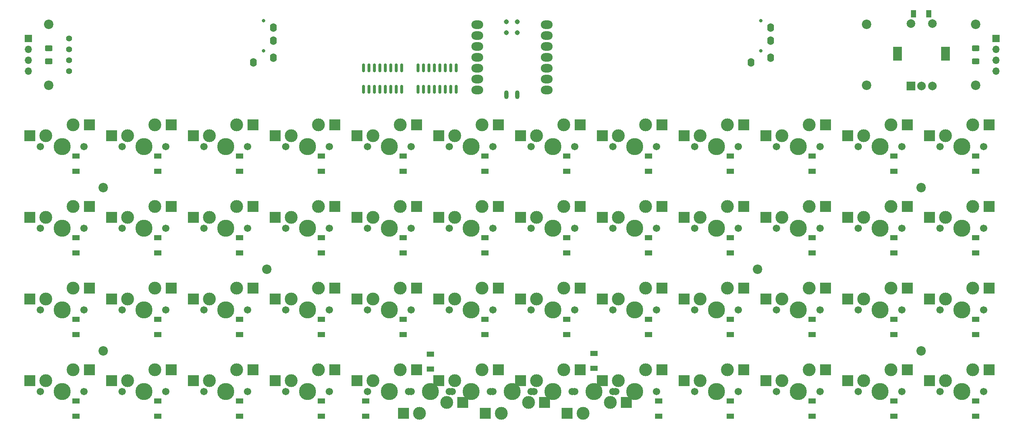
<source format=gbr>
%TF.GenerationSoftware,KiCad,Pcbnew,(6.0.4-0)*%
%TF.CreationDate,2022-09-28T21:01:25-05:00*%
%TF.ProjectId,mongus48,6d6f6e67-7573-4343-982e-6b696361645f,rev?*%
%TF.SameCoordinates,Original*%
%TF.FileFunction,Soldermask,Bot*%
%TF.FilePolarity,Negative*%
%FSLAX46Y46*%
G04 Gerber Fmt 4.6, Leading zero omitted, Abs format (unit mm)*
G04 Created by KiCad (PCBNEW (6.0.4-0)) date 2022-09-28 21:01:25*
%MOMM*%
%LPD*%
G01*
G04 APERTURE LIST*
G04 Aperture macros list*
%AMRoundRect*
0 Rectangle with rounded corners*
0 $1 Rounding radius*
0 $2 $3 $4 $5 $6 $7 $8 $9 X,Y pos of 4 corners*
0 Add a 4 corners polygon primitive as box body*
4,1,4,$2,$3,$4,$5,$6,$7,$8,$9,$2,$3,0*
0 Add four circle primitives for the rounded corners*
1,1,$1+$1,$2,$3*
1,1,$1+$1,$4,$5*
1,1,$1+$1,$6,$7*
1,1,$1+$1,$8,$9*
0 Add four rect primitives between the rounded corners*
20,1,$1+$1,$2,$3,$4,$5,0*
20,1,$1+$1,$4,$5,$6,$7,0*
20,1,$1+$1,$6,$7,$8,$9,0*
20,1,$1+$1,$8,$9,$2,$3,0*%
G04 Aperture macros list end*
%ADD10C,1.701800*%
%ADD11C,3.000000*%
%ADD12C,3.987800*%
%ADD13R,2.550000X2.500000*%
%ADD14C,2.200000*%
%ADD15C,1.397000*%
%ADD16C,0.800000*%
%ADD17O,1.600000X2.000000*%
%ADD18R,1.700000X1.700000*%
%ADD19O,1.700000X1.700000*%
%ADD20R,2.000000X2.000000*%
%ADD21C,2.000000*%
%ADD22R,2.000000X3.200000*%
%ADD23R,1.700000X1.300000*%
%ADD24RoundRect,0.150000X0.150000X-0.850000X0.150000X0.850000X-0.150000X0.850000X-0.150000X-0.850000X0*%
%ADD25R,1.300000X1.700000*%
%ADD26O,2.748280X1.998980*%
%ADD27O,1.016000X2.032000*%
%ADD28C,1.143000*%
%ADD29RoundRect,0.250000X0.625000X-0.400000X0.625000X0.400000X-0.625000X0.400000X-0.625000X-0.400000X0*%
G04 APERTURE END LIST*
D10*
%TO.C,SW28*%
X94932500Y-111918750D03*
X105092500Y-111918750D03*
D11*
X102552500Y-106838750D03*
D12*
X100012500Y-111918750D03*
D11*
X96202500Y-109378750D03*
D13*
X106302500Y-106838750D03*
X92452500Y-109378750D03*
%TD*%
D11*
%TO.C,SW38*%
X58102500Y-128428750D03*
X64452500Y-125888750D03*
D12*
X61912500Y-130968750D03*
D10*
X56832500Y-130968750D03*
X66992500Y-130968750D03*
D13*
X68202500Y-125888750D03*
X54352500Y-128428750D03*
%TD*%
D10*
%TO.C,SW39*%
X75882500Y-130968750D03*
D11*
X77152500Y-128428750D03*
D10*
X86042500Y-130968750D03*
D11*
X83502500Y-125888750D03*
D12*
X80962500Y-130968750D03*
D13*
X87252500Y-125888750D03*
X73402500Y-128428750D03*
%TD*%
D14*
%TO.C,H6*%
X242887500Y-83343750D03*
%TD*%
D10*
%TO.C,SW50*%
X171767500Y-130968750D03*
D11*
X164147500Y-136048750D03*
X170497500Y-133508750D03*
D10*
X161607500Y-130968750D03*
D12*
X166687500Y-130968750D03*
D13*
X160397500Y-136048750D03*
X174247500Y-133508750D03*
%TD*%
D11*
%TO.C,SW11*%
X235902500Y-68738750D03*
X229552500Y-71278750D03*
D10*
X238442500Y-73818750D03*
X228282500Y-73818750D03*
D12*
X233362500Y-73818750D03*
D13*
X239652500Y-68738750D03*
X225802500Y-71278750D03*
%TD*%
D14*
%TO.C,H4*%
X255587500Y-59531250D03*
%TD*%
D12*
%TO.C,SW27*%
X80962500Y-111918750D03*
D11*
X77152500Y-109378750D03*
D10*
X75882500Y-111918750D03*
X86042500Y-111918750D03*
D11*
X83502500Y-106838750D03*
D13*
X87252500Y-106838750D03*
X73402500Y-109378750D03*
%TD*%
D12*
%TO.C,SW32*%
X176212500Y-111918750D03*
D11*
X172402500Y-109378750D03*
X178752500Y-106838750D03*
D10*
X181292500Y-111918750D03*
X171132500Y-111918750D03*
D13*
X182502500Y-106838750D03*
X168652500Y-109378750D03*
%TD*%
D11*
%TO.C,SW26*%
X58102500Y-109378750D03*
D10*
X66992500Y-111918750D03*
X56832500Y-111918750D03*
D11*
X64452500Y-106838750D03*
D12*
X61912500Y-111918750D03*
D13*
X68202500Y-106838750D03*
X54352500Y-109378750D03*
%TD*%
D10*
%TO.C,SW8*%
X171132500Y-73818750D03*
D11*
X172402500Y-71278750D03*
D10*
X181292500Y-73818750D03*
D11*
X178752500Y-68738750D03*
D12*
X176212500Y-73818750D03*
D13*
X182502500Y-68738750D03*
X168652500Y-71278750D03*
%TD*%
D10*
%TO.C,SW33*%
X190182500Y-111918750D03*
D12*
X195262500Y-111918750D03*
D11*
X191452500Y-109378750D03*
X197802500Y-106838750D03*
D10*
X200342500Y-111918750D03*
D13*
X201552500Y-106838750D03*
X187702500Y-109378750D03*
%TD*%
D10*
%TO.C,SW35*%
X238442500Y-111918750D03*
D11*
X229552500Y-109378750D03*
D12*
X233362500Y-111918750D03*
D10*
X228282500Y-111918750D03*
D11*
X235902500Y-106838750D03*
D13*
X239652500Y-106838750D03*
X225802500Y-109378750D03*
%TD*%
D14*
%TO.C,H1*%
X39687500Y-45243750D03*
%TD*%
D12*
%TO.C,SW19*%
X157162500Y-92868750D03*
D10*
X152082500Y-92868750D03*
D11*
X153352500Y-90328750D03*
D10*
X162242500Y-92868750D03*
D11*
X159702500Y-87788750D03*
D13*
X163452500Y-87788750D03*
X149602500Y-90328750D03*
%TD*%
D11*
%TO.C,SW12*%
X254952500Y-68738750D03*
D10*
X247332500Y-73818750D03*
X257492500Y-73818750D03*
D11*
X248602500Y-71278750D03*
D12*
X252412500Y-73818750D03*
D13*
X258702500Y-68738750D03*
X244852500Y-71278750D03*
%TD*%
D14*
%TO.C,H11*%
X230187500Y-45243750D03*
%TD*%
D10*
%TO.C,SW44*%
X181292500Y-130968750D03*
D12*
X176212500Y-130968750D03*
D11*
X172402500Y-128428750D03*
X178752500Y-125888750D03*
D10*
X171132500Y-130968750D03*
D13*
X182502500Y-125888750D03*
X168652500Y-128428750D03*
%TD*%
D12*
%TO.C,SW22*%
X214312500Y-92868750D03*
D11*
X210502500Y-90328750D03*
X216852500Y-87788750D03*
D10*
X219392500Y-92868750D03*
X209232500Y-92868750D03*
D13*
X220602500Y-87788750D03*
X206752500Y-90328750D03*
%TD*%
D12*
%TO.C,SW49*%
X147637500Y-130968750D03*
D11*
X145097500Y-136048750D03*
D10*
X152717500Y-130968750D03*
D11*
X151447500Y-133508750D03*
D10*
X142557500Y-130968750D03*
D13*
X141347500Y-136048750D03*
X155197500Y-133508750D03*
%TD*%
D11*
%TO.C,SW6*%
X134302500Y-71278750D03*
D10*
X133032500Y-73818750D03*
D11*
X140652500Y-68738750D03*
D10*
X143192500Y-73818750D03*
D12*
X138112500Y-73818750D03*
D13*
X144402500Y-68738750D03*
X130552500Y-71278750D03*
%TD*%
D10*
%TO.C,SW17*%
X124142500Y-92868750D03*
D11*
X115252500Y-90328750D03*
X121602500Y-87788750D03*
D10*
X113982500Y-92868750D03*
D12*
X119062500Y-92868750D03*
D13*
X125352500Y-87788750D03*
X111502500Y-90328750D03*
%TD*%
D11*
%TO.C,SW42*%
X134302500Y-128428750D03*
D10*
X133032500Y-130968750D03*
X143192500Y-130968750D03*
D12*
X138112500Y-130968750D03*
D11*
X140652500Y-125888750D03*
D13*
X144402500Y-125888750D03*
X130552500Y-128428750D03*
%TD*%
D10*
%TO.C,SW7*%
X152082500Y-73818750D03*
D11*
X153352500Y-71278750D03*
X159702500Y-68738750D03*
D10*
X162242500Y-73818750D03*
D12*
X157162500Y-73818750D03*
D13*
X163452500Y-68738750D03*
X149602500Y-71278750D03*
%TD*%
D15*
%TO.C,OL1*%
X44450000Y-48577500D03*
X44450000Y-51117500D03*
X44450000Y-53657500D03*
X44450000Y-56197500D03*
%TD*%
D12*
%TO.C,SW45*%
X195262500Y-130968750D03*
D10*
X190182500Y-130968750D03*
D11*
X197802500Y-125888750D03*
X191452500Y-128428750D03*
D10*
X200342500Y-130968750D03*
D13*
X201552500Y-125888750D03*
X187702500Y-128428750D03*
%TD*%
D10*
%TO.C,SW15*%
X75882500Y-92868750D03*
X86042500Y-92868750D03*
D11*
X83502500Y-87788750D03*
X77152500Y-90328750D03*
D12*
X80962500Y-92868750D03*
D13*
X87252500Y-87788750D03*
X73402500Y-90328750D03*
%TD*%
D12*
%TO.C,SW47*%
X233362500Y-130968750D03*
D11*
X229552500Y-128428750D03*
D10*
X238442500Y-130968750D03*
X228282500Y-130968750D03*
D11*
X235902500Y-125888750D03*
D13*
X239652500Y-125888750D03*
X225802500Y-128428750D03*
%TD*%
D10*
%TO.C,SW4*%
X105092500Y-73818750D03*
X94932500Y-73818750D03*
D11*
X102552500Y-68738750D03*
X96202500Y-71278750D03*
D12*
X100012500Y-73818750D03*
D13*
X106302500Y-68738750D03*
X92452500Y-71278750D03*
%TD*%
D12*
%TO.C,SW37*%
X42862500Y-130968750D03*
D10*
X47942500Y-130968750D03*
D11*
X45402500Y-125888750D03*
D10*
X37782500Y-130968750D03*
D11*
X39052500Y-128428750D03*
D13*
X49152500Y-125888750D03*
X35302500Y-128428750D03*
%TD*%
D11*
%TO.C,SW29*%
X115252500Y-109378750D03*
D12*
X119062500Y-111918750D03*
D11*
X121602500Y-106838750D03*
D10*
X113982500Y-111918750D03*
X124142500Y-111918750D03*
D13*
X125352500Y-106838750D03*
X111502500Y-109378750D03*
%TD*%
D12*
%TO.C,SW23*%
X233362500Y-92868750D03*
D11*
X235902500Y-87788750D03*
X229552500Y-90328750D03*
D10*
X228282500Y-92868750D03*
X238442500Y-92868750D03*
D13*
X239652500Y-87788750D03*
X225802500Y-90328750D03*
%TD*%
D14*
%TO.C,H7*%
X90487500Y-102393750D03*
%TD*%
D11*
%TO.C,SW1*%
X39052500Y-71278750D03*
X45402500Y-68738750D03*
D10*
X47942500Y-73818750D03*
X37782500Y-73818750D03*
D12*
X42862500Y-73818750D03*
D13*
X49152500Y-68738750D03*
X35302500Y-71278750D03*
%TD*%
D10*
%TO.C,SW51*%
X123507500Y-130968750D03*
D11*
X126047500Y-136048750D03*
D10*
X133667500Y-130968750D03*
D11*
X132397500Y-133508750D03*
D12*
X128587500Y-130968750D03*
D13*
X122297500Y-136048750D03*
X136147500Y-133508750D03*
%TD*%
D14*
%TO.C,H10*%
X242887500Y-121443750D03*
%TD*%
D11*
%TO.C,SW20*%
X172402500Y-90328750D03*
D10*
X171132500Y-92868750D03*
D11*
X178752500Y-87788750D03*
D12*
X176212500Y-92868750D03*
D10*
X181292500Y-92868750D03*
D13*
X182502500Y-87788750D03*
X168652500Y-90328750D03*
%TD*%
D12*
%TO.C,SW25*%
X42862500Y-111918750D03*
D10*
X37782500Y-111918750D03*
D11*
X39052500Y-109378750D03*
D10*
X47942500Y-111918750D03*
D11*
X45402500Y-106838750D03*
D13*
X49152500Y-106838750D03*
X35302500Y-109378750D03*
%TD*%
D16*
%TO.C,U5*%
X205581250Y-51462500D03*
X205581250Y-44462500D03*
D17*
X203281250Y-54162500D03*
X207881250Y-53062500D03*
X207881250Y-49062500D03*
X207881250Y-46062500D03*
%TD*%
D18*
%TO.C,J2*%
X34925000Y-48587500D03*
D19*
X34925000Y-51127500D03*
X34925000Y-53667500D03*
X34925000Y-56207500D03*
%TD*%
D20*
%TO.C,RSW1*%
X240506250Y-59637500D03*
D21*
X245506250Y-59637500D03*
X243006250Y-59637500D03*
D22*
X248606250Y-52137500D03*
X237406250Y-52137500D03*
D21*
X245506250Y-45137500D03*
X240506250Y-45137500D03*
%TD*%
D11*
%TO.C,SW9*%
X197802500Y-68738750D03*
D12*
X195262500Y-73818750D03*
D11*
X191452500Y-71278750D03*
D10*
X200342500Y-73818750D03*
X190182500Y-73818750D03*
D13*
X201552500Y-68738750D03*
X187702500Y-71278750D03*
%TD*%
D10*
%TO.C,SW34*%
X219392500Y-111918750D03*
D11*
X210502500Y-109378750D03*
D10*
X209232500Y-111918750D03*
D12*
X214312500Y-111918750D03*
D11*
X216852500Y-106838750D03*
D13*
X220602500Y-106838750D03*
X206752500Y-109378750D03*
%TD*%
D10*
%TO.C,SW46*%
X219392500Y-130968750D03*
D11*
X210502500Y-128428750D03*
D12*
X214312500Y-130968750D03*
D10*
X209232500Y-130968750D03*
D11*
X216852500Y-125888750D03*
D13*
X220602500Y-125888750D03*
X206752500Y-128428750D03*
%TD*%
D10*
%TO.C,SW40*%
X94932500Y-130968750D03*
D11*
X102552500Y-125888750D03*
X96202500Y-128428750D03*
D10*
X105092500Y-130968750D03*
D12*
X100012500Y-130968750D03*
D13*
X106302500Y-125888750D03*
X92452500Y-128428750D03*
%TD*%
D10*
%TO.C,SW14*%
X56832500Y-92868750D03*
D11*
X58102500Y-90328750D03*
D10*
X66992500Y-92868750D03*
D12*
X61912500Y-92868750D03*
D11*
X64452500Y-87788750D03*
D13*
X68202500Y-87788750D03*
X54352500Y-90328750D03*
%TD*%
D14*
%TO.C,H12*%
X230187500Y-59531250D03*
%TD*%
D18*
%TO.C,J1*%
X260350000Y-48587500D03*
D19*
X260350000Y-51127500D03*
X260350000Y-53667500D03*
X260350000Y-56207500D03*
%TD*%
D14*
%TO.C,H5*%
X52387500Y-83343750D03*
%TD*%
D11*
%TO.C,SW36*%
X248602500Y-109378750D03*
D10*
X257492500Y-111918750D03*
D11*
X254952500Y-106838750D03*
D12*
X252412500Y-111918750D03*
D10*
X247332500Y-111918750D03*
D13*
X258702500Y-106838750D03*
X244852500Y-109378750D03*
%TD*%
D10*
%TO.C,SW3*%
X86042500Y-73818750D03*
D12*
X80962500Y-73818750D03*
D11*
X77152500Y-71278750D03*
X83502500Y-68738750D03*
D10*
X75882500Y-73818750D03*
D13*
X87252500Y-68738750D03*
X73402500Y-71278750D03*
%TD*%
D11*
%TO.C,SW43*%
X153352500Y-128428750D03*
X159702500Y-125888750D03*
D10*
X152082500Y-130968750D03*
D12*
X157162500Y-130968750D03*
D10*
X162242500Y-130968750D03*
D13*
X163452500Y-125888750D03*
X149602500Y-128428750D03*
%TD*%
D10*
%TO.C,SW30*%
X133032500Y-111918750D03*
D11*
X134302500Y-109378750D03*
D12*
X138112500Y-111918750D03*
D11*
X140652500Y-106838750D03*
D10*
X143192500Y-111918750D03*
D13*
X144402500Y-106838750D03*
X130552500Y-109378750D03*
%TD*%
D12*
%TO.C,SW10*%
X214312500Y-73818750D03*
D10*
X209232500Y-73818750D03*
D11*
X216852500Y-68738750D03*
X210502500Y-71278750D03*
D10*
X219392500Y-73818750D03*
D13*
X220602500Y-68738750D03*
X206752500Y-71278750D03*
%TD*%
D10*
%TO.C,SW21*%
X190182500Y-92868750D03*
D11*
X197802500Y-87788750D03*
D12*
X195262500Y-92868750D03*
D10*
X200342500Y-92868750D03*
D11*
X191452500Y-90328750D03*
D13*
X201552500Y-87788750D03*
X187702500Y-90328750D03*
%TD*%
D12*
%TO.C,SW2*%
X61912500Y-73818750D03*
D11*
X64452500Y-68738750D03*
D10*
X66992500Y-73818750D03*
X56832500Y-73818750D03*
D11*
X58102500Y-71278750D03*
D13*
X68202500Y-68738750D03*
X54352500Y-71278750D03*
%TD*%
D11*
%TO.C,SW48*%
X254952500Y-125888750D03*
X248602500Y-128428750D03*
D10*
X257492500Y-130968750D03*
D12*
X252412500Y-130968750D03*
D10*
X247332500Y-130968750D03*
D13*
X258702500Y-125888750D03*
X244852500Y-128428750D03*
%TD*%
D14*
%TO.C,H3*%
X39687500Y-59531250D03*
%TD*%
D10*
%TO.C,SW24*%
X257492500Y-92868750D03*
D11*
X248602500Y-90328750D03*
D12*
X252412500Y-92868750D03*
D10*
X247332500Y-92868750D03*
D11*
X254952500Y-87788750D03*
D13*
X258702500Y-87788750D03*
X244852500Y-90328750D03*
%TD*%
D16*
%TO.C,U4*%
X89693750Y-51462500D03*
X89693750Y-44462500D03*
D17*
X87393750Y-54162500D03*
X91993750Y-53062500D03*
X91993750Y-49062500D03*
X91993750Y-46062500D03*
%TD*%
D14*
%TO.C,H8*%
X204787500Y-102393750D03*
%TD*%
D11*
%TO.C,SW41*%
X121602500Y-125888750D03*
D10*
X113982500Y-130968750D03*
D11*
X115252500Y-128428750D03*
D12*
X119062500Y-130968750D03*
D10*
X124142500Y-130968750D03*
D13*
X125352500Y-125888750D03*
X111502500Y-128428750D03*
%TD*%
D11*
%TO.C,SW31*%
X153352500Y-109378750D03*
X159702500Y-106838750D03*
D10*
X152082500Y-111918750D03*
D12*
X157162500Y-111918750D03*
D10*
X162242500Y-111918750D03*
D13*
X163452500Y-106838750D03*
X149602500Y-109378750D03*
%TD*%
D14*
%TO.C,H2*%
X255587500Y-45243750D03*
%TD*%
D12*
%TO.C,SW18*%
X138112500Y-92868750D03*
D10*
X133032500Y-92868750D03*
D11*
X140652500Y-87788750D03*
D10*
X143192500Y-92868750D03*
D11*
X134302500Y-90328750D03*
D13*
X144402500Y-87788750D03*
X130552500Y-90328750D03*
%TD*%
D12*
%TO.C,SW16*%
X100012500Y-92868750D03*
D11*
X96202500Y-90328750D03*
D10*
X94932500Y-92868750D03*
D11*
X102552500Y-87788750D03*
D10*
X105092500Y-92868750D03*
D13*
X106302500Y-87788750D03*
X92452500Y-90328750D03*
%TD*%
D12*
%TO.C,SW13*%
X42862500Y-92868750D03*
D10*
X37782500Y-92868750D03*
X47942500Y-92868750D03*
D11*
X45402500Y-87788750D03*
X39052500Y-90328750D03*
D13*
X49152500Y-87788750D03*
X35302500Y-90328750D03*
%TD*%
D14*
%TO.C,H9*%
X52387500Y-121443750D03*
%TD*%
D11*
%TO.C,SW5*%
X115252500Y-71278750D03*
X121602500Y-68738750D03*
D10*
X124142500Y-73818750D03*
D12*
X119062500Y-73818750D03*
D10*
X113982500Y-73818750D03*
D13*
X125352500Y-68738750D03*
X111502500Y-71278750D03*
%TD*%
D23*
%TO.C,D24*%
X255587500Y-98587500D03*
X255587500Y-95087500D03*
%TD*%
%TO.C,D17*%
X122237500Y-98587500D03*
X122237500Y-95087500D03*
%TD*%
%TO.C,D4*%
X103187500Y-79537500D03*
X103187500Y-76037500D03*
%TD*%
%TO.C,D47*%
X236537500Y-136687500D03*
X236537500Y-133187500D03*
%TD*%
%TO.C,D21*%
X198437500Y-98587500D03*
X198437500Y-95087500D03*
%TD*%
%TO.C,D13*%
X46037500Y-98587500D03*
X46037500Y-95087500D03*
%TD*%
%TO.C,D32*%
X179387500Y-117637500D03*
X179387500Y-114137500D03*
%TD*%
%TO.C,D23*%
X236537500Y-98587500D03*
X236537500Y-95087500D03*
%TD*%
D24*
%TO.C,U2*%
X121920000Y-60443750D03*
X120650000Y-60443750D03*
X119380000Y-60443750D03*
X118110000Y-60443750D03*
X116840000Y-60443750D03*
X115570000Y-60443750D03*
X114300000Y-60443750D03*
X113030000Y-60443750D03*
X113030000Y-55443750D03*
X114300000Y-55443750D03*
X115570000Y-55443750D03*
X116840000Y-55443750D03*
X118110000Y-55443750D03*
X119380000Y-55443750D03*
X120650000Y-55443750D03*
X121920000Y-55443750D03*
%TD*%
D23*
%TO.C,D14*%
X65087500Y-98587500D03*
X65087500Y-95087500D03*
%TD*%
%TO.C,D35*%
X236537500Y-117637500D03*
X236537500Y-114137500D03*
%TD*%
%TO.C,D25*%
X46037500Y-117637500D03*
X46037500Y-114137500D03*
%TD*%
%TO.C,D33*%
X198437500Y-117637500D03*
X198437500Y-114137500D03*
%TD*%
%TO.C,D30*%
X141287500Y-117637500D03*
X141287500Y-114137500D03*
%TD*%
%TO.C,D16*%
X103187500Y-98587500D03*
X103187500Y-95087500D03*
%TD*%
%TO.C,D42*%
X128587500Y-125737500D03*
X128587500Y-122237500D03*
%TD*%
%TO.C,D26*%
X65087500Y-117637500D03*
X65087500Y-114137500D03*
%TD*%
%TO.C,D41*%
X113506250Y-136687500D03*
X113506250Y-133187500D03*
%TD*%
%TO.C,D22*%
X217487500Y-98587500D03*
X217487500Y-95087500D03*
%TD*%
D25*
%TO.C,RD1*%
X241137500Y-42862500D03*
X244637500Y-42862500D03*
%TD*%
D23*
%TO.C,D46*%
X217487500Y-136687500D03*
X217487500Y-133187500D03*
%TD*%
%TO.C,D37*%
X46037500Y-136687500D03*
X46037500Y-133187500D03*
%TD*%
%TO.C,D19*%
X160337500Y-98587500D03*
X160337500Y-95087500D03*
%TD*%
D26*
%TO.C,U1*%
X155704290Y-45387990D03*
X155704290Y-47927990D03*
X155704290Y-50467990D03*
X155704290Y-53007990D03*
X155704290Y-55547990D03*
X155704290Y-58087990D03*
X155704290Y-60627990D03*
X139539730Y-60627990D03*
X139539730Y-58087990D03*
X139539730Y-55547990D03*
X139539730Y-53007990D03*
X139539730Y-50467990D03*
X139539730Y-47927990D03*
X139539730Y-45387990D03*
D27*
X148837410Y-61705810D03*
X146287410Y-61705810D03*
D28*
X148838607Y-44701623D03*
X146298607Y-44701623D03*
X148838607Y-47241623D03*
X146298607Y-47241623D03*
%TD*%
D23*
%TO.C,D2*%
X65087500Y-79537500D03*
X65087500Y-76037500D03*
%TD*%
%TO.C,D39*%
X84137500Y-136687500D03*
X84137500Y-133187500D03*
%TD*%
%TO.C,D27*%
X84137500Y-117637500D03*
X84137500Y-114137500D03*
%TD*%
%TO.C,D18*%
X141287500Y-98587500D03*
X141287500Y-95087500D03*
%TD*%
%TO.C,D29*%
X122237500Y-117637500D03*
X122237500Y-114137500D03*
%TD*%
%TO.C,D12*%
X255587500Y-79537500D03*
X255587500Y-76037500D03*
%TD*%
D29*
%TO.C,R2*%
X255587500Y-53937500D03*
X255587500Y-50837500D03*
%TD*%
D23*
%TO.C,D9*%
X198437500Y-79537500D03*
X198437500Y-76037500D03*
%TD*%
D24*
%TO.C,U3*%
X134620000Y-60443750D03*
X133350000Y-60443750D03*
X132080000Y-60443750D03*
X130810000Y-60443750D03*
X129540000Y-60443750D03*
X128270000Y-60443750D03*
X127000000Y-60443750D03*
X125730000Y-60443750D03*
X125730000Y-55443750D03*
X127000000Y-55443750D03*
X128270000Y-55443750D03*
X129540000Y-55443750D03*
X130810000Y-55443750D03*
X132080000Y-55443750D03*
X133350000Y-55443750D03*
X134620000Y-55443750D03*
%TD*%
D23*
%TO.C,D43*%
X166687500Y-125575000D03*
X166687500Y-122075000D03*
%TD*%
%TO.C,D7*%
X160337500Y-79537500D03*
X160337500Y-76037500D03*
%TD*%
%TO.C,D40*%
X103187500Y-136687500D03*
X103187500Y-133187500D03*
%TD*%
%TO.C,D1*%
X46037500Y-79537500D03*
X46037500Y-76037500D03*
%TD*%
%TO.C,D38*%
X65087500Y-136687500D03*
X65087500Y-133187500D03*
%TD*%
%TO.C,D11*%
X236537500Y-79537500D03*
X236537500Y-76037500D03*
%TD*%
%TO.C,D3*%
X84137500Y-79537500D03*
X84137500Y-76037500D03*
%TD*%
%TO.C,D5*%
X122237500Y-79537500D03*
X122237500Y-76037500D03*
%TD*%
%TO.C,D45*%
X198437500Y-136687500D03*
X198437500Y-133187500D03*
%TD*%
%TO.C,D28*%
X103187500Y-117637500D03*
X103187500Y-114137500D03*
%TD*%
%TO.C,D6*%
X141287500Y-79537500D03*
X141287500Y-76037500D03*
%TD*%
%TO.C,D34*%
X217487500Y-117637500D03*
X217487500Y-114137500D03*
%TD*%
%TO.C,D44*%
X181768750Y-136687500D03*
X181768750Y-133187500D03*
%TD*%
%TO.C,D10*%
X217487500Y-79537500D03*
X217487500Y-76037500D03*
%TD*%
%TO.C,D31*%
X160337500Y-117637500D03*
X160337500Y-114137500D03*
%TD*%
%TO.C,D15*%
X84137500Y-98587500D03*
X84137500Y-95087500D03*
%TD*%
%TO.C,D36*%
X255587500Y-117637500D03*
X255587500Y-114137500D03*
%TD*%
D29*
%TO.C,R1*%
X39687500Y-53937500D03*
X39687500Y-50837500D03*
%TD*%
D23*
%TO.C,D8*%
X179387500Y-79537500D03*
X179387500Y-76037500D03*
%TD*%
%TO.C,D48*%
X255587500Y-136687500D03*
X255587500Y-133187500D03*
%TD*%
%TO.C,D20*%
X179387500Y-98587500D03*
X179387500Y-95087500D03*
%TD*%
M02*

</source>
